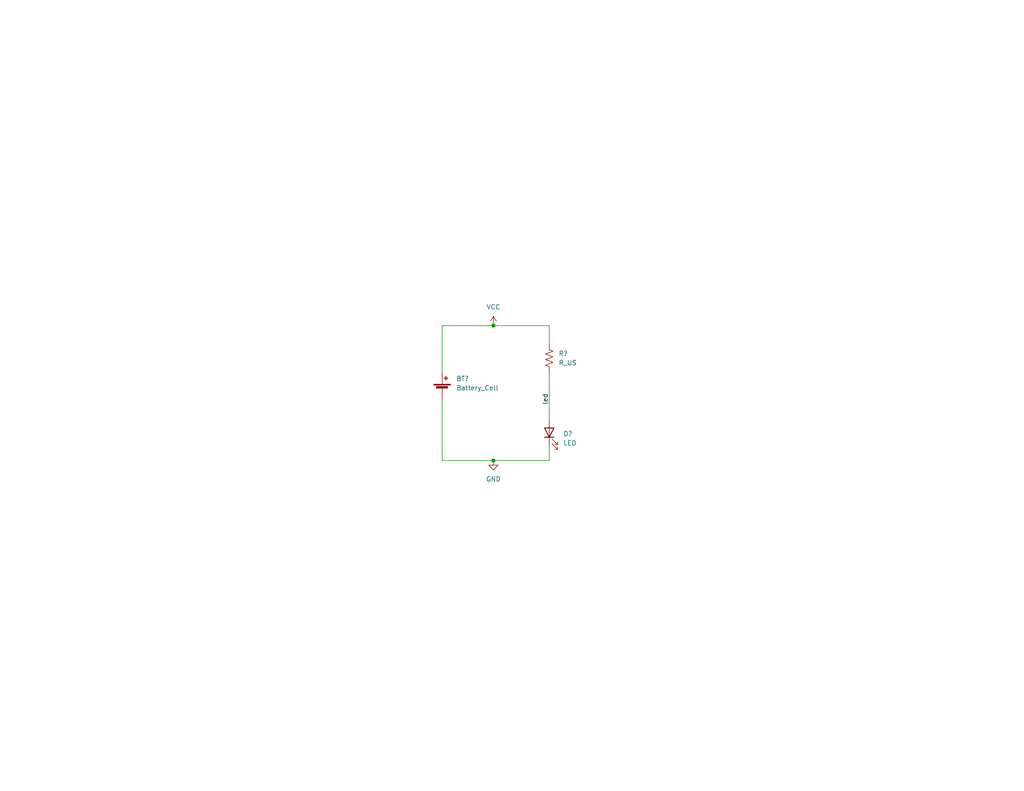
<source format=kicad_sch>
(kicad_sch (version 20211123) (generator eeschema)
  (paper "A")
  (title_block (title "KiCad Hello World Example") (date "2022-08-30") (rev "0"))
  (lib_symbols
    (symbol "Device:Battery_Cell" (pin_numbers hide) (pin_names (offset 0) hide)
      (property "Reference" "BT" (at 2.54 2.54 0))
      (property "Value" "Battery_Cell" (at 2.54 0 0))
      (symbol "Battery_Cell_0_1"
        (rectangle (start -2.286 1.778) (end 2.286 1.524) (fill (type outline)))
        (rectangle (start -1.5748 1.1938) (end 1.4732 0.6858) (fill (type outline)))
        (polyline (pts (xy 0 0.762) (xy 0 0)))
        (polyline (pts (xy 0 1.778) (xy 0 2.54)))
        (polyline (pts (xy 0.508 3.429) (xy 1.524 3.429)) (stroke (width 0.254)))
        (polyline (pts (xy 1.016 3.937) (xy 1.016 2.921)) (stroke (width 0.254)))
      )
      (symbol "Battery_Cell_1_1"
        (pin passive line (at 0 5.08 270) (length 2.54) (name "+") (number "1"))
        (pin passive line (at 0 -2.54 90) (length 2.54) (name "-") (number "2"))
      )
    )
    (symbol "Device:LED" (pin_numbers hide) (pin_names (offset 1.016) hide)
      (property "Reference" "D" (at 0 2.54 0))
      (property "Value" "LED" (at 0 -2.54 0))
      (symbol "LED_0_1"
        (polyline (pts (xy -1.27 -1.27) (xy -1.27 1.27)) (stroke (width 0.254)))
        (polyline (pts (xy -1.27 0) (xy 1.27 0)))
        (polyline (pts (xy 1.27 -1.27) (xy 1.27 1.27) (xy -1.27 0) (xy 1.27 -1.27)) (stroke (width 0.254)))
        (polyline (pts (xy -3.048 -0.762) (xy -4.572 -2.286) (xy -3.81 -2.286) (xy -4.572 -2.286) (xy -4.572 -1.524)))
        (polyline (pts (xy -1.778 -0.762) (xy -3.302 -2.286) (xy -2.54 -2.286) (xy -3.302 -2.286) (xy -3.302 -1.524)))
      )
      (symbol "LED_1_1"
        (pin passive line (at -3.81 0 0) (length 2.54) (name "K") (number "1"))
        (pin passive line (at 3.81 0 180) (length 2.54) (name "A") (number "2"))
      )
    )
    (symbol "Device:R_US" (pin_numbers hide) (pin_names (offset 0))
      (property "Reference" "R" (at 2.54 0 90))
      (property "Value" "R_US" (at -2.54 0 90))
      (symbol "R_US_0_1"
        (polyline (pts (xy 0 -2.286) (xy 0 -2.54)))
        (polyline (pts (xy 0 2.286) (xy 0 2.54)))
        (polyline (pts (xy 0 -0.762) (xy 1.016 -1.143) (xy 0 -1.524) (xy -1.016 -1.905) (xy 0 -2.286)))
        (polyline (pts (xy 0 0.762) (xy 1.016 0.381) (xy 0 0) (xy -1.016 -0.381) (xy 0 -0.762)))
        (polyline (pts (xy 0 2.286) (xy 1.016 1.905) (xy 0 1.524) (xy -1.016 1.143) (xy 0 0.762)))
      )
      (symbol "R_US_1_1"
        (pin passive line (at 0 3.81 270) (length 1.27) (name "~") (number "1"))
        (pin passive line (at 0 -3.81 90) (length 1.27) (name "~") (number "2"))
      )
    )
    (symbol "power:GND" (power) (pin_names (offset 0))
      (property "Value" "GND" (at 0 -3.81 0))
      (symbol "GND_0_1"
        (polyline (pts (xy 0 0) (xy 0 -1.27) (xy 1.27 -1.27) (xy 0 -2.54) (xy -1.27 -1.27) (xy 0 -1.27)))
      )
      (symbol "GND_1_1"
        (pin power_in line (at 0 0 270) (length 0) hide (name "GND") (number "1"))
      )
    )
    (symbol "power:VCC" (power) (pin_names (offset 0))
      (property "Value" "VCC" (at 0 3.81 0))
      (symbol "VCC_0_1"
        (polyline (pts (xy -0.762 1.27) (xy 0 2.54)))
        (polyline (pts (xy 0 0) (xy 0 2.54)))
        (polyline (pts (xy 0 2.54) (xy 0.762 1.27)))
      )
      (symbol "VCC_1_1"
        (pin power_in line (at 0 0 90) (length 0) hide (name "VCC") (number "1"))
      )
    )
  )
  (junction (at 134.62 88.9))
  (junction (at 134.62 125.73))
  (wire (pts (xy 134.62 125.73) (xy 120.65 125.73)))
  (wire (pts (xy 149.86 121.92) (xy 149.86 125.73)))
  (wire (pts (xy 120.65 88.9) (xy 134.62 88.9)))
  (wire (pts (xy 149.86 101.6) (xy 149.86 114.3)))
  (wire (pts (xy 149.86 88.9) (xy 149.86 93.98)))
  (wire (pts (xy 120.65 101.6) (xy 120.65 88.9)))
  (wire (pts (xy 134.62 88.9) (xy 149.86 88.9)))
  (wire (pts (xy 120.65 109.22) (xy 120.65 125.73)))
  (wire (pts (xy 149.86 125.73) (xy 134.62 125.73)))
  (label "led" (at 149.86 110.49 90))
  (symbol (lib_id "power:VCC") (at 134.62 88.9 0) (unit 1)
    (property "Reference" "#PWR?" (effects hide))
    (property "Value" "VCC" (at 134.62 83.82 0))
  )
  (symbol (lib_id "Device:Battery_Cell") (at 120.65 106.68 0) (unit 1)
    (property "Reference" "BT?" (at 124.46 103.3779 0) (effects (justify left)))
    (property "Value" "Battery_Cell" (at 124.46 105.9179 0) (effects (justify left)))
  )
  (symbol (lib_id "Device:R_US") (at 149.86 97.79 0) (unit 1)
    (property "Reference" "R?" (at 152.4 96.5199 0) (effects (justify left)))
    (property "Value" "R_US" (at 152.4 99.0599 0) (effects (justify left)))
  )
  (symbol (lib_id "power:GND") (at 134.62 125.73 0) (unit 1)
    (property "Reference" "#PWR?" (effects hide))
    (property "Value" "GND" (at 134.62 130.81 0))
  )
  (symbol (lib_id "Device:LED") (at 149.86 118.11 90) (unit 1)
    (property "Reference" "D?" (at 153.67 118.4274 90) (effects (justify right)))
    (property "Value" "LED" (at 153.67 120.9674 90) (effects (justify right)))
  )
)
</source>
